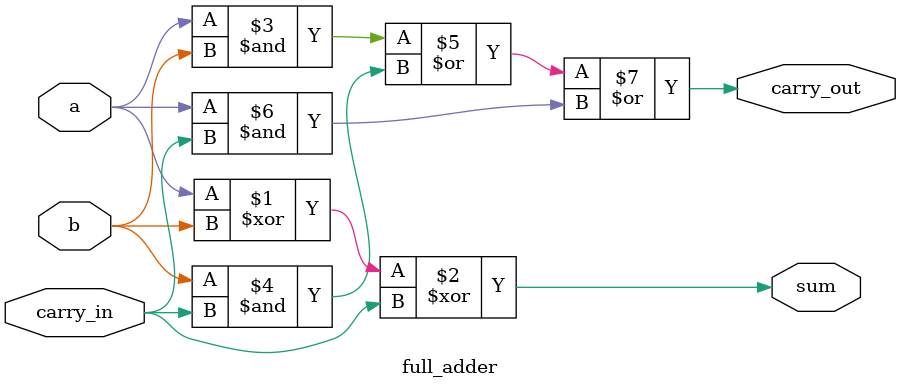
<source format=v>
module full_adder(
    input  wire    a,
    input  wire    b,
    input  wire    carry_in,
    output wire    sum,
    output reg     carry_out
);

assign sum = a ^ b ^ carry_in; // bitwise XOR of inputs and carry_in
assign carry_out = (a & b) | (b & carry_in) | (a & carry_in); // calculates carry_out

endmodule


</source>
